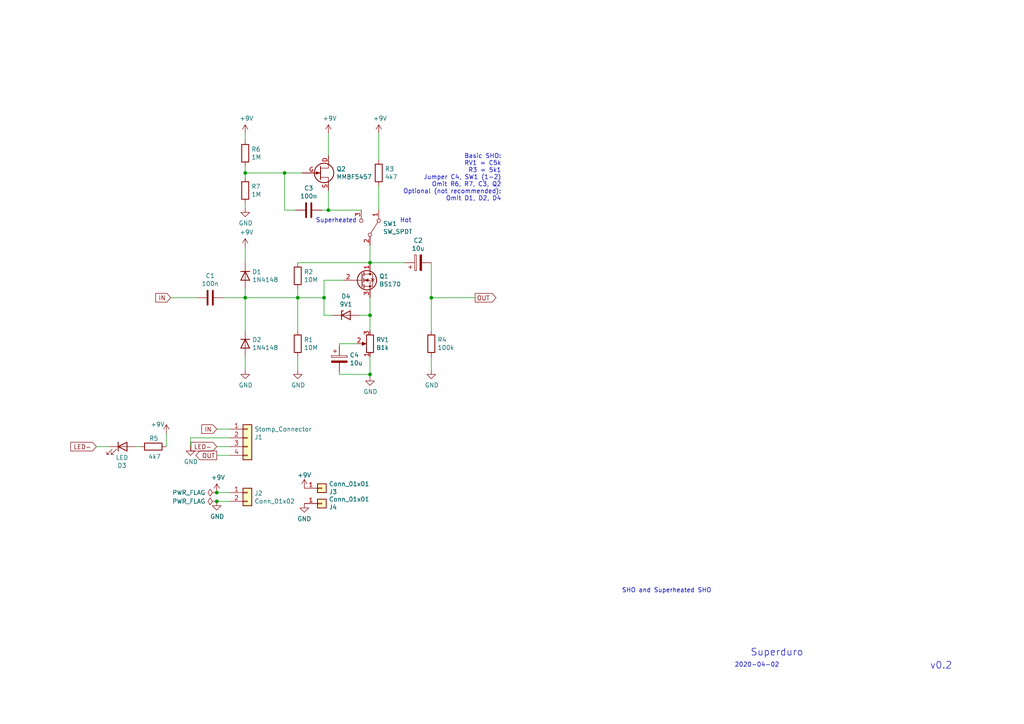
<source format=kicad_sch>
(kicad_sch (version 20211123) (generator eeschema)
  (paper "A4")
  (lib_symbols
    (symbol "Connector_Generic:Conn_01x01" (pin_names (offset 1.016) hide)
      (property "Reference" "J" (at 0 2.54 0))
      (property "Value" "Conn_01x01" (at 0 -2.54 0))
      (symbol "Conn_01x01_1_1"
        (rectangle (start -1.27 0.127) (end 0 -0.127) (stroke (width 0.1524)))
        (rectangle (start -1.27 1.27) (end 1.27 -1.27) (stroke (width 0.254)) (fill (type background)))
        (pin passive line (at -5.08 0 0) (length 3.81) (name "Pin_1") (number "1"))
      )
    )
    (symbol "Connector_Generic:Conn_01x02" (pin_names (offset 1.016) hide)
      (property "Reference" "J" (at 0 2.54 0))
      (property "Value" "Conn_01x02" (at 0 -5.08 0))
      (symbol "Conn_01x02_1_1"
        (rectangle (start -1.27 -2.413) (end 0 -2.667) (stroke (width 0.1524)))
        (rectangle (start -1.27 0.127) (end 0 -0.127) (stroke (width 0.1524)))
        (rectangle (start -1.27 1.27) (end 1.27 -3.81) (stroke (width 0.254)) (fill (type background)))
        (pin passive line (at -5.08 0 0) (length 3.81) (name "Pin_1") (number "1"))
        (pin passive line (at -5.08 -2.54 0) (length 3.81) (name "Pin_2") (number "2"))
      )
    )
    (symbol "Device:C" (pin_numbers hide) (pin_names (offset 0.254))
      (property "Reference" "C" (at 0.635 2.54 0))
      (property "Value" "C" (at 0.635 -2.54 0))
      (symbol "C_0_1"
        (polyline (pts (xy -2.032 -0.762) (xy 2.032 -0.762)) (stroke (width 0.508)))
        (polyline (pts (xy -2.032 0.762) (xy 2.032 0.762)) (stroke (width 0.508)))
      )
      (symbol "C_1_1"
        (pin passive line (at 0 3.81 270) (length 2.794) (name "~") (number "1"))
        (pin passive line (at 0 -3.81 90) (length 2.794) (name "~") (number "2"))
      )
    )
    (symbol "Device:CP" (pin_numbers hide) (pin_names (offset 0.254))
      (property "Reference" "C" (at 0.635 2.54 0))
      (property "Value" "Device_CP" (at 0.635 -2.54 0))
      (symbol "CP_0_1"
        (rectangle (start -2.286 0.508) (end 2.286 1.016))
        (polyline (pts (xy -1.778 2.286) (xy -0.762 2.286)))
        (polyline (pts (xy -1.27 2.794) (xy -1.27 1.778)))
        (rectangle (start 2.286 -0.508) (end -2.286 -1.016) (fill (type outline)))
      )
      (symbol "CP_1_1"
        (pin passive line (at 0 3.81 270) (length 2.794) (name "~") (number "1"))
        (pin passive line (at 0 -3.81 90) (length 2.794) (name "~") (number "2"))
      )
    )
    (symbol "Device:D" (pin_numbers hide) (pin_names (offset 1.016) hide)
      (property "Reference" "D" (at 0 2.54 0))
      (property "Value" "D" (at 0 -2.54 0))
      (symbol "D_0_1"
        (polyline (pts (xy -1.27 1.27) (xy -1.27 -1.27)) (stroke (width 0.254)))
        (polyline (pts (xy 1.27 0) (xy -1.27 0)))
        (polyline (pts (xy 1.27 1.27) (xy 1.27 -1.27) (xy -1.27 0) (xy 1.27 1.27)) (stroke (width 0.254)))
      )
      (symbol "D_1_1"
        (pin passive line (at -3.81 0 0) (length 2.54) (name "K") (number "1"))
        (pin passive line (at 3.81 0 180) (length 2.54) (name "A") (number "2"))
      )
    )
    (symbol "Device:D_Zener" (pin_numbers hide) (pin_names (offset 1.016) hide)
      (property "Reference" "D" (at 0 2.54 0))
      (property "Value" "D_Zener" (at 0 -2.54 0))
      (symbol "D_Zener_0_1"
        (polyline (pts (xy 1.27 0) (xy -1.27 0)))
        (polyline (pts (xy -1.27 -1.27) (xy -1.27 1.27) (xy -0.762 1.27)) (stroke (width 0.254)))
        (polyline (pts (xy 1.27 -1.27) (xy 1.27 1.27) (xy -1.27 0) (xy 1.27 -1.27)) (stroke (width 0.254)))
      )
      (symbol "D_Zener_1_1"
        (pin passive line (at -3.81 0 0) (length 2.54) (name "K") (number "1"))
        (pin passive line (at 3.81 0 180) (length 2.54) (name "A") (number "2"))
      )
    )
    (symbol "Device:LED" (pin_numbers hide) (pin_names (offset 1.016) hide)
      (property "Reference" "D" (at 0 2.54 0))
      (property "Value" "LED" (at 0 -2.54 0))
      (symbol "LED_0_1"
        (polyline (pts (xy -1.27 -1.27) (xy -1.27 1.27)) (stroke (width 0.254)))
        (polyline (pts (xy -1.27 0) (xy 1.27 0)))
        (polyline (pts (xy 1.27 -1.27) (xy 1.27 1.27) (xy -1.27 0) (xy 1.27 -1.27)) (stroke (width 0.254)))
        (polyline (pts (xy -3.048 -0.762) (xy -4.572 -2.286) (xy -3.81 -2.286) (xy -4.572 -2.286) (xy -4.572 -1.524)))
        (polyline (pts (xy -1.778 -0.762) (xy -3.302 -2.286) (xy -2.54 -2.286) (xy -3.302 -2.286) (xy -3.302 -1.524)))
      )
      (symbol "LED_1_1"
        (pin passive line (at -3.81 0 0) (length 2.54) (name "K") (number "1"))
        (pin passive line (at 3.81 0 180) (length 2.54) (name "A") (number "2"))
      )
    )
    (symbol "Device:R" (pin_numbers hide) (pin_names (offset 0))
      (property "Reference" "R" (at 2.032 0 90))
      (property "Value" "R" (at 0 0 90))
      (symbol "R_0_1"
        (rectangle (start -1.016 -2.54) (end 1.016 2.54) (stroke (width 0.254)))
      )
      (symbol "R_1_1"
        (pin passive line (at 0 3.81 270) (length 1.27) (name "~") (number "1"))
        (pin passive line (at 0 -3.81 90) (length 1.27) (name "~") (number "2"))
      )
    )
    (symbol "Device:R_POT" (pin_names (offset 1.016) hide)
      (property "Reference" "RV" (at -4.445 0 90))
      (property "Value" "Device_R_POT" (at -2.54 0 90))
      (symbol "R_POT_0_1"
        (polyline (pts (xy 2.54 0) (xy 1.524 0)))
        (polyline (pts (xy 1.143 0) (xy 2.286 0.508) (xy 2.286 -0.508) (xy 1.143 0)) (fill (type outline)))
        (rectangle (start 1.016 2.54) (end -1.016 -2.54) (stroke (width 0.254)))
      )
      (symbol "R_POT_1_1"
        (pin passive line (at 0 3.81 270) (length 1.27) (name "1") (number "1"))
        (pin passive line (at 3.81 0 180) (length 1.27) (name "2") (number "2"))
        (pin passive line (at 0 -3.81 90) (length 1.27) (name "3") (number "3"))
      )
    )
    (symbol "Switch:SW_SPDT" (pin_names (offset 0) hide)
      (property "Reference" "SW" (at 0 4.318 0))
      (property "Value" "SW_SPDT" (at 0 -5.08 0))
      (symbol "SW_SPDT_0_0"
        (circle (center -2.032 0) (radius 0.508))
        (circle (center 2.032 -2.54) (radius 0.508))
      )
      (symbol "SW_SPDT_0_1"
        (polyline (pts (xy -1.524 0.254) (xy 1.651 2.286)))
        (circle (center 2.032 2.54) (radius 0.508))
      )
      (symbol "SW_SPDT_1_1"
        (pin passive line (at 5.08 2.54 180) (length 2.54) (name "A") (number "1"))
        (pin passive line (at -5.08 0 0) (length 2.54) (name "B") (number "2"))
        (pin passive line (at 5.08 -2.54 180) (length 2.54) (name "C") (number "3"))
      )
    )
    (symbol "Transistor_FET:BS170" (pin_names hide)
      (property "Reference" "Q" (at 5.08 1.905 0))
      (property "Value" "BS170" (at 5.08 0 0))
      (symbol "BS170_0_1"
        (polyline (pts (xy 0.254 0) (xy -2.54 0)))
        (polyline (pts (xy 0.254 1.905) (xy 0.254 -1.905)) (stroke (width 0.254)))
        (polyline (pts (xy 0.762 -1.27) (xy 0.762 -2.286)) (stroke (width 0.254)))
        (polyline (pts (xy 0.762 0.508) (xy 0.762 -0.508)) (stroke (width 0.254)))
        (polyline (pts (xy 0.762 2.286) (xy 0.762 1.27)) (stroke (width 0.254)))
        (polyline (pts (xy 2.54 2.54) (xy 2.54 1.778)))
        (polyline (pts (xy 2.54 -2.54) (xy 2.54 0) (xy 0.762 0)))
        (polyline (pts (xy 0.762 -1.778) (xy 3.302 -1.778) (xy 3.302 1.778) (xy 0.762 1.778)))
        (polyline (pts (xy 1.016 0) (xy 2.032 0.381) (xy 2.032 -0.381) (xy 1.016 0)) (fill (type outline)))
        (polyline (pts (xy 2.794 0.508) (xy 2.921 0.381) (xy 3.683 0.381) (xy 3.81 0.254)))
        (polyline (pts (xy 3.302 0.381) (xy 2.921 -0.254) (xy 3.683 -0.254) (xy 3.302 0.381)))
        (circle (center 1.651 0) (radius 2.794) (stroke (width 0.254)))
        (circle (center 2.54 -1.778) (radius 0.254) (fill (type outline)))
        (circle (center 2.54 1.778) (radius 0.254) (fill (type outline)))
      )
      (symbol "BS170_1_1"
        (pin passive line (at 2.54 5.08 270) (length 2.54) (name "D") (number "1"))
        (pin input line (at -5.08 0 0) (length 2.54) (name "G") (number "2"))
        (pin passive line (at 2.54 -5.08 90) (length 2.54) (name "S") (number "3"))
      )
    )
    (symbol "power:+9V" (power) (pin_names (offset 0))
      (property "Value" "+9V" (at 0 3.556 0))
      (symbol "+9V_0_1"
        (polyline (pts (xy -0.762 1.27) (xy 0 2.54)))
        (polyline (pts (xy 0 0) (xy 0 2.54)))
        (polyline (pts (xy 0 2.54) (xy 0.762 1.27)))
      )
      (symbol "+9V_1_1"
        (pin power_in line (at 0 0 90) (length 0) hide (name "+9V") (number "1"))
      )
    )
    (symbol "power:GND" (power) (pin_names (offset 0))
      (property "Value" "GND" (at 0 -3.81 0))
      (symbol "GND_0_1"
        (polyline (pts (xy 0 0) (xy 0 -1.27) (xy 1.27 -1.27) (xy 0 -2.54) (xy -1.27 -1.27) (xy 0 -1.27)))
      )
      (symbol "GND_1_1"
        (pin power_in line (at 0 0 270) (length 0) hide (name "GND") (number "1"))
      )
    )
    (symbol "power:PWR_FLAG" (power) (pin_numbers hide) (pin_names (offset 0) hide)
      (property "Value" "PWR_FLAG" (at 0 3.81 0))
      (symbol "PWR_FLAG_0_0"
        (pin power_out line (at 0 0 90) (length 0) (name "pwr") (number "1"))
      )
      (symbol "PWR_FLAG_0_1"
        (polyline (pts (xy 0 0) (xy 0 1.27) (xy -1.016 1.905) (xy 0 2.54) (xy 1.016 1.905) (xy 0 1.27)))
      )
    )
    (symbol "rockola_kicad_symbols:MMBF5457" (pin_names (offset 0) hide)
      (property "Reference" "Q" (at 5.08 1.27 0))
      (property "Value" "rockola_kicad_symbols_MMBF5457" (at 5.08 -1.27 0))
      (symbol "MMBF5457_0_1"
        (polyline (pts (xy 0.254 1.905) (xy 0.254 -1.905) (xy 0.254 -1.905)) (stroke (width 0.254)))
        (polyline (pts (xy 2.54 -2.54) (xy 2.54 -1.27) (xy 0.254 -1.27)))
        (polyline (pts (xy 2.54 2.54) (xy 2.54 1.397) (xy 0.254 1.397)))
        (polyline (pts (xy 0 0) (xy -1.016 0.381) (xy -1.016 -0.381) (xy 0 0)) (fill (type outline)))
        (circle (center 1.27 0) (radius 2.8194) (stroke (width 0.254)))
      )
      (symbol "MMBF5457_1_1"
        (pin passive line (at 2.54 5.08 270) (length 2.54) (name "D") (number "D"))
        (pin input line (at -5.08 0 0) (length 5.334) (name "G") (number "G"))
        (pin passive line (at 2.54 -5.08 90) (length 2.54) (name "S") (number "S"))
      )
    )
    (symbol "rockola_kicad_symbols:Stomp_Connector" (pin_names (offset 1.016) hide)
      (property "Reference" "J" (at 0 5.08 0))
      (property "Value" "rockola_kicad_symbols_Stomp_Connector" (at 0 -7.62 0))
      (symbol "Stomp_Connector_1_1"
        (rectangle (start -1.27 -4.953) (end 0 -5.207) (stroke (width 0.1524)))
        (rectangle (start -1.27 -2.413) (end 0 -2.667) (stroke (width 0.1524)))
        (rectangle (start -1.27 0.127) (end 0 -0.127) (stroke (width 0.1524)))
        (rectangle (start -1.27 2.667) (end 0 2.413) (stroke (width 0.1524)))
        (rectangle (start -1.27 3.81) (end 1.27 -6.35) (stroke (width 0.254)) (fill (type background)))
        (pin passive line (at -5.08 2.54 0) (length 3.81) (name "IN") (number "1"))
        (pin passive line (at -5.08 0 0) (length 3.81) (name "GND") (number "2"))
        (pin passive line (at -5.08 -2.54 0) (length 3.81) (name "SW") (number "3"))
        (pin passive line (at -5.08 -5.08 0) (length 3.81) (name "OUT") (number "4"))
      )
    )
  )
  (junction (at 125.095 86.36))
  (junction (at 62.865 145.415))
  (junction (at 93.98 86.36))
  (junction (at 95.25 60.96))
  (junction (at 82.55 50.165))
  (junction (at 86.36 86.36))
  (junction (at 71.12 86.36))
  (junction (at 62.865 142.875))
  (junction (at 71.12 50.165))
  (junction (at 107.315 108.585))
  (junction (at 107.315 91.44))
  (junction (at 107.315 76.2))
  (wire (pts (xy 62.865 124.46) (xy 66.675 124.46)))
  (wire (pts (xy 62.865 132.08) (xy 66.675 132.08)))
  (wire (pts (xy 98.425 108.585) (xy 107.315 108.585)))
  (wire (pts (xy 95.25 60.96) (xy 93.345 60.96)))
  (wire (pts (xy 125.095 76.2) (xy 125.095 86.36)))
  (wire (pts (xy 86.36 103.505) (xy 86.36 107.315)))
  (wire (pts (xy 71.12 50.165) (xy 82.55 50.165)))
  (wire (pts (xy 62.865 129.54) (xy 66.675 129.54)))
  (wire (pts (xy 71.12 83.82) (xy 71.12 86.36)))
  (wire (pts (xy 93.98 91.44) (xy 93.98 86.36)))
  (wire (pts (xy 85.725 60.96) (xy 82.55 60.96)))
  (wire (pts (xy 48.26 125.73) (xy 48.26 129.54)))
  (wire (pts (xy 86.36 86.36) (xy 86.36 95.885)))
  (wire (pts (xy 107.315 108.585) (xy 107.315 109.22)))
  (wire (pts (xy 109.855 38.735) (xy 109.855 46.355)))
  (wire (pts (xy 125.095 86.36) (xy 125.095 95.885)))
  (wire (pts (xy 104.14 91.44) (xy 107.315 91.44)))
  (wire (pts (xy 95.25 38.735) (xy 95.25 45.085)))
  (wire (pts (xy 62.865 145.415) (xy 66.675 145.415)))
  (wire (pts (xy 98.425 107.95) (xy 98.425 108.585)))
  (wire (pts (xy 95.25 55.245) (xy 95.25 60.96)))
  (wire (pts (xy 107.315 91.44) (xy 107.315 95.885)))
  (wire (pts (xy 71.12 71.755) (xy 71.12 76.2)))
  (wire (pts (xy 64.77 86.36) (xy 71.12 86.36)))
  (wire (pts (xy 86.36 83.82) (xy 86.36 86.36)))
  (wire (pts (xy 71.12 86.36) (xy 71.12 95.885)))
  (wire (pts (xy 125.095 103.505) (xy 125.095 107.315)))
  (wire (pts (xy 82.55 60.96) (xy 82.55 50.165)))
  (wire (pts (xy 55.245 127) (xy 66.675 127)))
  (wire (pts (xy 71.12 59.055) (xy 71.12 60.325)))
  (wire (pts (xy 109.855 53.975) (xy 109.855 60.96)))
  (wire (pts (xy 107.315 103.505) (xy 107.315 108.585)))
  (wire (pts (xy 93.98 86.36) (xy 93.98 81.28)))
  (wire (pts (xy 82.55 50.165) (xy 87.63 50.165)))
  (wire (pts (xy 107.315 71.12) (xy 107.315 76.2)))
  (wire (pts (xy 107.315 76.2) (xy 117.475 76.2)))
  (wire (pts (xy 93.98 81.28) (xy 99.695 81.28)))
  (wire (pts (xy 125.095 86.36) (xy 137.795 86.36)))
  (wire (pts (xy 55.245 127) (xy 55.245 129.54)))
  (wire (pts (xy 98.425 100.33) (xy 98.425 99.695)))
  (wire (pts (xy 86.36 86.36) (xy 93.98 86.36)))
  (wire (pts (xy 86.36 76.2) (xy 107.315 76.2)))
  (wire (pts (xy 71.12 50.165) (xy 71.12 51.435)))
  (wire (pts (xy 49.53 86.36) (xy 57.15 86.36)))
  (wire (pts (xy 98.425 99.695) (xy 103.505 99.695)))
  (wire (pts (xy 96.52 91.44) (xy 93.98 91.44)))
  (wire (pts (xy 95.25 60.96) (xy 104.775 60.96)))
  (wire (pts (xy 71.12 103.505) (xy 71.12 107.315)))
  (wire (pts (xy 107.315 86.36) (xy 107.315 91.44)))
  (wire (pts (xy 71.12 86.36) (xy 86.36 86.36)))
  (wire (pts (xy 27.94 129.54) (xy 31.75 129.54)))
  (wire (pts (xy 71.12 48.26) (xy 71.12 50.165)))
  (wire (pts (xy 39.37 129.54) (xy 40.64 129.54)))
  (wire (pts (xy 71.12 38.735) (xy 71.12 40.64)))
  (wire (pts (xy 62.865 142.875) (xy 66.675 142.875)))
  (text "Superduro" (at 233.045 190.5 180) (effects (font (size 2.0066 2.0066)) (justify right bottom)))
  (text "Superheated" (at 103.505 64.77 180) (effects (font (size 1.27 1.27)) (justify right bottom)))
  (text "v0.2" (at 276.225 194.31 180) (effects (font (size 2.0066 2.0066)) (justify right bottom)))
  (text "SHO and Superheated SHO" (at 206.375 172.085 180) (effects (font (size 1.27 1.27)) (justify right bottom)))
  (text "Basic SHO:\nRV1 = C5k\nR3 = 5k1\nJumper C4, SW1 (1-2)\nOmit R6, R7, C3, Q2\nOptional (not recommended):\nOmit D1, D2, D4" (at 145.415 58.42 0) (effects (font (size 1.27 1.27)) (justify right bottom)))
  (text "Hot" (at 119.38 64.77 180) (effects (font (size 1.27 1.27)) (justify right bottom)))
  (text "2020-04-02" (at 226.06 193.675 180) (effects (font (size 1.27 1.27)) (justify right bottom)))
  (global_label "LED-" (shape input) (at 27.94 129.54 180) (property "Intersheet References" "${INTERSHEET_REFS}" (effects hide)))
  (global_label "IN" (shape input) (at 49.53 86.36 180) (property "Intersheet References" "${INTERSHEET_REFS}" (effects hide)))
  (global_label "LED-" (shape input) (at 62.865 129.54 180) (property "Intersheet References" "${INTERSHEET_REFS}" (effects hide)))
  (global_label "IN" (shape input) (at 62.865 124.46 180) (property "Intersheet References" "${INTERSHEET_REFS}" (effects hide)))
  (global_label "OUT" (shape output) (at 137.795 86.36 0) (property "Intersheet References" "${INTERSHEET_REFS}" (effects hide)))
  (global_label "OUT" (shape output) (at 62.865 132.08 180) (property "Intersheet References" "${INTERSHEET_REFS}" (effects hide)))
  (symbol (lib_id "power:PWR_FLAG") (at 62.865 142.875 90) (unit 1)
    (property "Reference" "#FLG01" (effects hide))
    (property "Value" "PWR_FLAG" (at 59.6138 142.875 90) (effects (justify left)))
  )
  (symbol (lib_id "power:PWR_FLAG") (at 62.865 145.415 90) (unit 1)
    (property "Reference" "#FLG02" (effects hide))
    (property "Value" "PWR_FLAG" (at 59.6138 145.415 90) (effects (justify left)))
  )
  (symbol (lib_id "power:+9V") (at 71.12 71.755 0) (unit 1)
    (property "Reference" "#PWR01" (effects hide))
    (property "Value" "+9V" (at 71.501 67.3608 0))
  )
  (symbol (lib_id "power:+9V") (at 62.865 142.875 0) (unit 1)
    (property "Reference" "#PWR0102" (effects hide))
    (property "Value" "+9V" (at 63.246 138.4808 0))
  )
  (symbol (lib_id "power:GND") (at 55.245 129.54 0) (unit 1)
    (property "Reference" "#PWR0101" (effects hide))
    (property "Value" "GND" (at 55.372 133.9342 0))
  )
  (symbol (lib_id "power:GND") (at 71.12 107.315 0) (unit 1)
    (property "Reference" "#PWR02" (effects hide))
    (property "Value" "GND" (at 71.247 111.7092 0))
  )
  (symbol (lib_id "power:GND") (at 86.36 107.315 0) (unit 1)
    (property "Reference" "#PWR03" (effects hide))
    (property "Value" "GND" (at 86.487 111.7092 0))
  )
  (symbol (lib_id "power:GND") (at 107.315 109.22 0) (unit 1)
    (property "Reference" "#PWR04" (effects hide))
    (property "Value" "GND" (at 107.442 113.6142 0))
  )
  (symbol (lib_id "power:GND") (at 62.865 145.415 0) (unit 1)
    (property "Reference" "#PWR0103" (effects hide))
    (property "Value" "GND" (at 62.992 149.8092 0))
  )
  (symbol (lib_id "power:GND") (at 125.095 107.315 0) (unit 1)
    (property "Reference" "#PWR05" (effects hide))
    (property "Value" "GND" (at 125.222 111.7092 0))
  )
  (symbol (lib_id "Device:R") (at 86.36 80.01 0) (unit 1)
    (property "Reference" "R2" (at 88.138 78.867 0) (effects (justify left)))
    (property "Value" "10M" (at 88.138 81.153 0) (effects (justify left)))
    (property "Footprint" "resistors:0.3%22.B" (effects hide))
  )
  (symbol (lib_id "Device:R") (at 86.36 99.695 0) (unit 1)
    (property "Reference" "R1" (at 88.138 98.552 0) (effects (justify left)))
    (property "Value" "10M" (at 88.138 100.838 0) (effects (justify left)))
    (property "Footprint" "resistors:0.3%22.B" (effects hide))
  )
  (symbol (lib_id "Device:R") (at 109.855 50.165 0) (unit 1)
    (property "Reference" "R3" (at 111.633 49.022 0) (effects (justify left)))
    (property "Value" "4k7" (at 111.633 51.308 0) (effects (justify left)))
    (property "Footprint" "resistors:0.3%22.B" (effects hide))
  )
  (symbol (lib_id "Device:R") (at 125.095 99.695 0) (unit 1)
    (property "Reference" "R4" (at 126.873 98.552 0) (effects (justify left)))
    (property "Value" "100k" (at 126.873 100.838 0) (effects (justify left)))
    (property "Footprint" "resistors:0.3%22.B" (effects hide))
  )
  (symbol (lib_id "Device:D") (at 71.12 80.01 270) (unit 1)
    (property "Reference" "D1" (at 73.1266 78.867 90) (effects (justify left)))
    (property "Value" "1N4148" (at 73.1266 81.153 90) (effects (justify left)))
    (property "Footprint" "diodes:DO35-3" (effects hide))
  )
  (symbol (lib_id "Device:D") (at 71.12 99.695 270) (unit 1)
    (property "Reference" "D2" (at 73.1266 98.552 90) (effects (justify left)))
    (property "Value" "1N4148" (at 73.1266 100.838 90) (effects (justify left)))
    (property "Footprint" "diodes:DO35-3" (effects hide))
  )
  (symbol (lib_id "Connector_Generic:Conn_01x02") (at 71.755 142.875 0) (unit 1)
    (property "Reference" "J2" (at 73.787 143.0782 0) (effects (justify left)))
    (property "Value" "Conn_01x02" (at 73.787 145.3896 0) (effects (justify left)))
    (property "Footprint" "rockola_kicad_footprints:Power_Header_2pin_VERTICAL" (effects hide))
  )
  (symbol (lib_id "Device:C") (at 60.96 86.36 90) (unit 1)
    (property "Reference" "C1" (at 60.96 79.9846 90))
    (property "Value" "100n" (at 60.96 82.296 90))
    (property "Footprint" "rockola_kicad_footprints:C_Box_7.2_2.5" (effects hide))
  )
  (symbol (lib_id "Device:CP") (at 121.285 76.2 90) (unit 1)
    (property "Reference" "C2" (at 121.285 69.7484 90))
    (property "Value" "10u" (at 121.285 72.0598 90))
    (property "Footprint" "caps-elec:0502" (effects hide))
  )
  (symbol (lib_id "Device:R_POT") (at 107.315 99.695 180) (unit 1)
    (property "Reference" "RV1" (at 109.093 98.552 0) (effects (justify right)))
    (property "Value" "B1k" (at 109.093 100.838 0) (effects (justify right)))
    (property "Footprint" "rockola_kicad_footprints:16mm_BoardMount" (effects hide))
  )
  (symbol (lib_id "Transistor_FET:BS170") (at 104.775 81.28 0) (unit 1)
    (property "Reference" "Q1" (at 109.982 80.137 0) (effects (justify left)))
    (property "Value" "BS170" (at 109.982 82.423 0) (effects (justify left)))
    (property "Footprint" "rockola_kicad_footprints:TO92_DGS" (effects hide))
    (property "Datasheet" "http://www.fairchildsemi.com/ds/BS/BS170.pdf" (effects hide))
  )
  (symbol (lib_id "rockola_kicad_symbols:Stomp_Connector") (at 71.755 127 0) (unit 1)
    (property "Reference" "J1" (at 73.787 126.7968 0) (effects (justify left)))
    (property "Value" "Stomp_Connector" (at 73.787 124.4854 0) (effects (justify left)))
    (property "Footprint" "rockola_kicad_footprints:Stomp_4pin_ALT2" (effects hide))
  )
  (symbol (lib_id "Device:LED") (at 35.56 129.54 0) (unit 1)
    (property "Reference" "D3" (at 35.3822 135.0264 0))
    (property "Value" "LED" (at 35.3822 132.715 0))
    (property "Footprint" "LED_THT:LED_D3.0mm" (effects hide))
  )
  (symbol (lib_id "Device:R") (at 44.45 129.54 90) (unit 1)
    (property "Reference" "R5" (at 44.6024 127.1524 90))
    (property "Value" "4k7" (at 44.831 132.461 90))
    (property "Footprint" "resistors:0.3%22.B" (effects hide))
  )
  (symbol (lib_id "power:+9V") (at 48.26 125.73 0) (unit 1)
    (property "Reference" "#PWR06" (effects hide))
    (property "Value" "+9V" (at 45.72 123.1138 0))
  )
  (symbol (lib_id "Connector_Generic:Conn_01x01") (at 93.345 141.605 0) (unit 1)
    (property "Reference" "J3" (at 95.377 142.6718 0) (effects (justify left)))
    (property "Value" "Conn_01x01" (at 95.377 140.3604 0) (effects (justify left)))
    (property "Footprint" "rockola_kicad_footprints:V+_TOP_TEXT" (effects hide))
  )
  (symbol (lib_id "power:+9V") (at 88.265 141.605 0) (unit 1)
    (property "Reference" "#PWR07" (effects hide))
    (property "Value" "+9V" (at 88.265 137.795 0))
  )
  (symbol (lib_id "Connector_Generic:Conn_01x01") (at 93.345 146.05 0) (unit 1)
    (property "Reference" "J4" (at 95.377 147.1168 0) (effects (justify left)))
    (property "Value" "Conn_01x01" (at 95.377 144.8054 0) (effects (justify left)))
    (property "Footprint" "supply_pins:PAD1" (effects hide))
  )
  (symbol (lib_id "power:GND") (at 88.265 146.05 0) (unit 1)
    (property "Reference" "#PWR010" (effects hide))
    (property "Value" "GND" (at 88.265 150.495 0))
  )
  (symbol (lib_id "Device:D_Zener") (at 100.33 91.44 0) (unit 1)
    (property "Reference" "D4" (at 100.33 85.9536 0))
    (property "Value" "9V1" (at 100.33 88.265 0))
    (property "Footprint" "diodes:DO41-3" (effects hide))
  )
  (symbol (lib_id "Device:CP") (at 98.425 104.14 0) (unit 1)
    (property "Reference" "C4" (at 101.4222 102.997 0) (effects (justify left)))
    (property "Value" "10u" (at 101.4222 105.283 0) (effects (justify left)))
    (property "Footprint" "caps-elec:0502" (effects hide))
  )
  (symbol (lib_id "Switch:SW_SPDT") (at 107.315 66.04 270) (mirror x) (unit 1)
    (property "Reference" "SW1" (at 111.0742 64.897 90) (effects (justify left)))
    (property "Value" "SW_SPDT" (at 111.0742 67.183 90) (effects (justify left)))
    (property "Footprint" "switches:SPDT.WIRE" (effects hide))
  )
  (symbol (lib_id "rockola_kicad_symbols:MMBF5457") (at 92.71 50.165 0) (unit 1)
    (property "Reference" "Q2" (at 97.5614 49.022 0) (effects (justify left)))
    (property "Value" "MMBF5457" (at 97.5614 51.308 0) (effects (justify left)))
    (property "Footprint" "rockola_kicad_footprints:SOT-23_NJFET_DSG" (effects hide))
  )
  (symbol (lib_id "Device:C") (at 89.535 60.96 90) (unit 1)
    (property "Reference" "C3" (at 89.535 54.5846 90))
    (property "Value" "100n" (at 89.535 56.896 90))
    (property "Footprint" "rockola_kicad_footprints:C_Box_7.2_2.5" (effects hide))
  )
  (symbol (lib_id "power:+9V") (at 109.855 38.735 0) (unit 1)
    (property "Reference" "#PWR012" (effects hide))
    (property "Value" "+9V" (at 110.236 34.3408 0))
  )
  (symbol (lib_id "power:+9V") (at 95.25 38.735 0) (unit 1)
    (property "Reference" "#PWR011" (effects hide))
    (property "Value" "+9V" (at 95.631 34.3408 0))
  )
  (symbol (lib_id "Device:R") (at 71.12 55.245 0) (unit 1)
    (property "Reference" "R7" (at 72.898 54.102 0) (effects (justify left)))
    (property "Value" "1M" (at 72.898 56.388 0) (effects (justify left)))
    (property "Footprint" "resistors:0.3%22.B" (effects hide))
  )
  (symbol (lib_id "Device:R") (at 71.12 44.45 0) (unit 1)
    (property "Reference" "R6" (at 72.898 43.307 0) (effects (justify left)))
    (property "Value" "1M" (at 72.898 45.593 0) (effects (justify left)))
    (property "Footprint" "resistors:0.3%22.B" (effects hide))
  )
  (symbol (lib_id "power:GND") (at 71.12 60.325 0) (unit 1)
    (property "Reference" "#PWR09" (effects hide))
    (property "Value" "GND" (at 71.247 64.7192 0))
  )
  (symbol (lib_id "power:+9V") (at 71.12 38.735 0) (unit 1)
    (property "Reference" "#PWR08" (effects hide))
    (property "Value" "+9V" (at 71.501 34.3408 0))
  )
)
</source>
